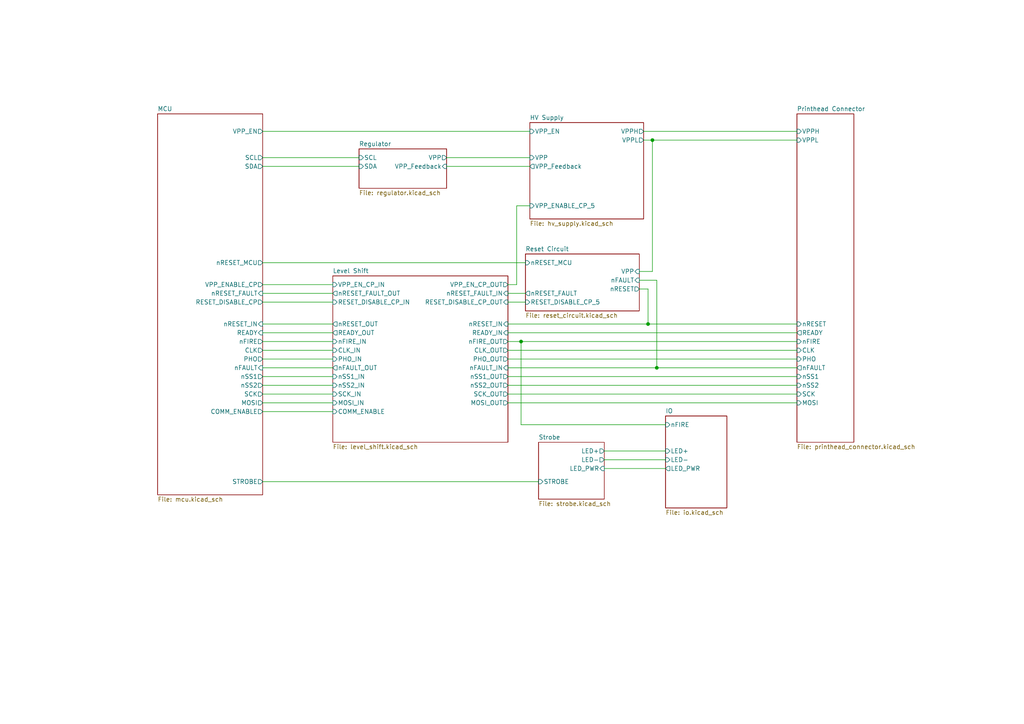
<source format=kicad_sch>
(kicad_sch (version 20230121) (generator eeschema)

  (uuid f0c82013-03f9-4093-aa02-30b89fd69529)

  (paper "A4")

  (title_block
    (title "Xaar 128 Driver")
    (date "2023-12-04")
    (rev "1.0.0")
  )

  (lib_symbols
  )

  (junction (at 187.96 93.98) (diameter 0) (color 0 0 0 0)
    (uuid 0bc75410-6f3a-46e1-9d03-3aecff67bec2)
  )
  (junction (at 151.13 99.06) (diameter 0) (color 0 0 0 0)
    (uuid 448da38a-0bc2-4b28-bc31-87ea47e893ca)
  )
  (junction (at 190.5 106.68) (diameter 0) (color 0 0 0 0)
    (uuid 5ab541fa-85de-46d4-8afd-9a997a73f5a8)
  )
  (junction (at 189.23 40.64) (diameter 0) (color 0 0 0 0)
    (uuid db5fcccf-dd53-46d1-8891-b0c5b1208183)
  )

  (wire (pts (xy 190.5 81.28) (xy 185.42 81.28))
    (stroke (width 0) (type default))
    (uuid 0caa54e7-c6cd-4a80-8490-83c88732c90c)
  )
  (wire (pts (xy 147.32 109.22) (xy 231.14 109.22))
    (stroke (width 0) (type default))
    (uuid 10eccbb3-748b-427b-a5ac-0d83d8c3799c)
  )
  (wire (pts (xy 189.23 40.64) (xy 231.14 40.64))
    (stroke (width 0) (type default))
    (uuid 141f1c7b-c222-4c08-921e-9f3a1d65f2eb)
  )
  (wire (pts (xy 151.13 99.06) (xy 151.13 123.19))
    (stroke (width 0) (type default))
    (uuid 17edb50a-f922-4934-8217-356a65b899a3)
  )
  (wire (pts (xy 147.32 93.98) (xy 187.96 93.98))
    (stroke (width 0) (type default))
    (uuid 18d93a44-bc64-4449-9bf0-e73ea6cc374d)
  )
  (wire (pts (xy 76.2 139.7) (xy 156.21 139.7))
    (stroke (width 0) (type default))
    (uuid 1e75a99f-1f73-4dda-b994-83da40bf2537)
  )
  (wire (pts (xy 185.42 78.74) (xy 189.23 78.74))
    (stroke (width 0) (type default))
    (uuid 28db169e-2e0a-4fd7-81e5-779decd78310)
  )
  (wire (pts (xy 190.5 106.68) (xy 190.5 81.28))
    (stroke (width 0) (type default))
    (uuid 292aa807-4636-4241-80e7-39626cc5f82d)
  )
  (wire (pts (xy 186.69 40.64) (xy 189.23 40.64))
    (stroke (width 0) (type default))
    (uuid 2e91241d-7fc6-4457-8b62-24ab1e504c35)
  )
  (wire (pts (xy 76.2 99.06) (xy 96.52 99.06))
    (stroke (width 0) (type default))
    (uuid 35dca5f4-c402-460a-80d4-91f24528ebfc)
  )
  (wire (pts (xy 186.69 38.1) (xy 231.14 38.1))
    (stroke (width 0) (type default))
    (uuid 3ccf90ed-df12-443f-aa82-9a040f6f6fc1)
  )
  (wire (pts (xy 76.2 101.6) (xy 96.52 101.6))
    (stroke (width 0) (type default))
    (uuid 3e1d330d-8ae4-4601-86d3-6511b361a591)
  )
  (wire (pts (xy 187.96 93.98) (xy 231.14 93.98))
    (stroke (width 0) (type default))
    (uuid 418369ed-64a4-4e5e-868a-ab1163507355)
  )
  (wire (pts (xy 149.86 82.55) (xy 147.32 82.55))
    (stroke (width 0) (type default))
    (uuid 424ce980-4066-4852-83a6-333d39c2c80d)
  )
  (wire (pts (xy 175.26 130.81) (xy 193.04 130.81))
    (stroke (width 0) (type default))
    (uuid 48a6fa9c-27e2-429b-b804-39cf0bb7a07e)
  )
  (wire (pts (xy 147.32 85.09) (xy 152.4 85.09))
    (stroke (width 0) (type default))
    (uuid 49f38c56-8a76-40e2-9abc-f29a8b34123d)
  )
  (wire (pts (xy 151.13 123.19) (xy 193.04 123.19))
    (stroke (width 0) (type default))
    (uuid 4aad7d4d-6528-4519-8c4b-b91abbfe43c2)
  )
  (wire (pts (xy 185.42 83.82) (xy 187.96 83.82))
    (stroke (width 0) (type default))
    (uuid 4bd725df-d78b-4250-aa94-ff134e063419)
  )
  (wire (pts (xy 76.2 93.98) (xy 96.52 93.98))
    (stroke (width 0) (type default))
    (uuid 4d1e3089-de53-4326-b516-cddb47f79f07)
  )
  (wire (pts (xy 76.2 96.52) (xy 96.52 96.52))
    (stroke (width 0) (type default))
    (uuid 4df21e24-ef35-4af9-986f-9eefa4aa4369)
  )
  (wire (pts (xy 76.2 119.38) (xy 96.52 119.38))
    (stroke (width 0) (type default))
    (uuid 55d8dc81-3e70-4c72-8a1e-695c6f54910b)
  )
  (wire (pts (xy 76.2 116.84) (xy 96.52 116.84))
    (stroke (width 0) (type default))
    (uuid 5e25f601-3cf3-455c-83a8-ffa8d955db62)
  )
  (wire (pts (xy 76.2 104.14) (xy 96.52 104.14))
    (stroke (width 0) (type default))
    (uuid 68e7dbbc-3471-49ce-a189-87cec6631484)
  )
  (wire (pts (xy 153.67 59.69) (xy 149.86 59.69))
    (stroke (width 0) (type default))
    (uuid 708a4b7d-29df-43a2-8312-9a14ea5211f7)
  )
  (wire (pts (xy 129.54 45.72) (xy 153.67 45.72))
    (stroke (width 0) (type default))
    (uuid 7164c833-e44d-4f8f-bebb-db717310c119)
  )
  (wire (pts (xy 147.32 87.63) (xy 152.4 87.63))
    (stroke (width 0) (type default))
    (uuid 77414d9e-0944-4906-a401-a641d88f910d)
  )
  (wire (pts (xy 147.32 96.52) (xy 231.14 96.52))
    (stroke (width 0) (type default))
    (uuid 84daf2ef-cf14-4374-bf52-d6a35c90e1c4)
  )
  (wire (pts (xy 129.54 48.26) (xy 153.67 48.26))
    (stroke (width 0) (type default))
    (uuid 8830deff-7003-4c27-87ac-c2638819be3f)
  )
  (wire (pts (xy 147.32 116.84) (xy 231.14 116.84))
    (stroke (width 0) (type default))
    (uuid 95d86079-dab9-4fbf-880c-fef21da38bd5)
  )
  (wire (pts (xy 175.26 133.35) (xy 193.04 133.35))
    (stroke (width 0) (type default))
    (uuid 9ca15717-6479-4063-bba8-faccc3b34526)
  )
  (wire (pts (xy 76.2 82.55) (xy 96.52 82.55))
    (stroke (width 0) (type default))
    (uuid 9d80d4bc-89d8-4dca-a377-370aad76bc3f)
  )
  (wire (pts (xy 147.32 99.06) (xy 151.13 99.06))
    (stroke (width 0) (type default))
    (uuid a4b68e44-6001-490c-a41a-0305c24a402f)
  )
  (wire (pts (xy 147.32 101.6) (xy 231.14 101.6))
    (stroke (width 0) (type default))
    (uuid abe92eb5-718c-483a-919e-349b4cce35e2)
  )
  (wire (pts (xy 76.2 87.63) (xy 96.52 87.63))
    (stroke (width 0) (type default))
    (uuid b073d4d9-e339-4dae-b7d4-c4287d4f26b8)
  )
  (wire (pts (xy 187.96 83.82) (xy 187.96 93.98))
    (stroke (width 0) (type default))
    (uuid b4012334-d729-49be-b104-621f6b1ae8ec)
  )
  (wire (pts (xy 175.26 135.89) (xy 193.04 135.89))
    (stroke (width 0) (type default))
    (uuid b54ed9bc-0b36-4340-b52c-45f79d2e8760)
  )
  (wire (pts (xy 76.2 85.09) (xy 96.52 85.09))
    (stroke (width 0) (type default))
    (uuid b85d5748-eec4-4a89-982d-a4b7ff1e8eab)
  )
  (wire (pts (xy 190.5 106.68) (xy 231.14 106.68))
    (stroke (width 0) (type default))
    (uuid bc16834c-615b-4cd9-bdaf-1f67b1edc820)
  )
  (wire (pts (xy 151.13 99.06) (xy 231.14 99.06))
    (stroke (width 0) (type default))
    (uuid c210023d-a0f6-4e7e-81cb-c02da1462add)
  )
  (wire (pts (xy 76.2 45.72) (xy 104.14 45.72))
    (stroke (width 0) (type default))
    (uuid ca73014e-65b2-44db-be39-3d7ce845ba56)
  )
  (wire (pts (xy 147.32 106.68) (xy 190.5 106.68))
    (stroke (width 0) (type default))
    (uuid cff8e191-948e-4aca-9164-ee4af63870b1)
  )
  (wire (pts (xy 76.2 106.68) (xy 96.52 106.68))
    (stroke (width 0) (type default))
    (uuid d332645d-10fb-4ddb-b673-3fc6ec578bcb)
  )
  (wire (pts (xy 76.2 109.22) (xy 96.52 109.22))
    (stroke (width 0) (type default))
    (uuid d43eede8-9465-4f0d-9f2b-0f186feacd15)
  )
  (wire (pts (xy 149.86 59.69) (xy 149.86 82.55))
    (stroke (width 0) (type default))
    (uuid d45fbddb-4e43-4bab-ac6a-288b127c7a66)
  )
  (wire (pts (xy 76.2 38.1) (xy 153.67 38.1))
    (stroke (width 0) (type default))
    (uuid d60c3a6a-4573-49e2-b8c3-3ddf3c6e2f0d)
  )
  (wire (pts (xy 189.23 40.64) (xy 189.23 78.74))
    (stroke (width 0) (type default))
    (uuid d917bbb7-e1a5-4741-bc8d-1265387fb945)
  )
  (wire (pts (xy 147.32 111.76) (xy 231.14 111.76))
    (stroke (width 0) (type default))
    (uuid e31b5ac9-fe50-4a9d-9ca0-ec3ec9904bd2)
  )
  (wire (pts (xy 147.32 114.3) (xy 231.14 114.3))
    (stroke (width 0) (type default))
    (uuid e3b99700-5314-4a13-bccf-fbaad015876c)
  )
  (wire (pts (xy 76.2 76.2) (xy 152.4 76.2))
    (stroke (width 0) (type default))
    (uuid e974d5df-0c1c-47c3-b6f6-ae235cf2561e)
  )
  (wire (pts (xy 76.2 48.26) (xy 104.14 48.26))
    (stroke (width 0) (type default))
    (uuid f1cb188b-2e69-4233-881d-3bd0982897c8)
  )
  (wire (pts (xy 76.2 111.76) (xy 96.52 111.76))
    (stroke (width 0) (type default))
    (uuid f89a26dc-5681-4804-a289-e7aa87a5c53b)
  )
  (wire (pts (xy 76.2 114.3) (xy 96.52 114.3))
    (stroke (width 0) (type default))
    (uuid f9484487-cc8b-4e58-9aaa-b83af2954b3e)
  )
  (wire (pts (xy 147.32 104.14) (xy 231.14 104.14))
    (stroke (width 0) (type default))
    (uuid fa872e97-7d20-46ed-9616-0e5e5bc1cec6)
  )

  (sheet (at 231.14 33.02) (size 16.51 95.25) (fields_autoplaced)
    (stroke (width 0.1524) (type solid))
    (fill (color 0 0 0 0.0000))
    (uuid 00d9c6da-e931-4ba1-a353-d1b49c742a57)
    (property "Sheetname" "Printhead Connector" (at 231.14 32.3084 0)
      (effects (font (size 1.27 1.27)) (justify left bottom))
    )
    (property "Sheetfile" "printhead_connector.kicad_sch" (at 231.14 128.8546 0)
      (effects (font (size 1.27 1.27)) (justify left top))
    )
    (pin "nRESET" input (at 231.14 93.98 180)
      (effects (font (size 1.27 1.27)) (justify left))
      (uuid c56d6cb8-9a59-4527-ae97-48b925acd520)
    )
    (pin "nSS2" input (at 231.14 111.76 180)
      (effects (font (size 1.27 1.27)) (justify left))
      (uuid d7571b8f-ebc6-487b-b4d3-13894ccd4ef7)
    )
    (pin "VPPL" input (at 231.14 40.64 180)
      (effects (font (size 1.27 1.27)) (justify left))
      (uuid 754e8d8f-412c-4c3a-b928-1c435df600a4)
    )
    (pin "VPPH" input (at 231.14 38.1 180)
      (effects (font (size 1.27 1.27)) (justify left))
      (uuid fbee552b-355a-42dc-ba14-2cf94dd1756a)
    )
    (pin "MOSI" input (at 231.14 116.84 180)
      (effects (font (size 1.27 1.27)) (justify left))
      (uuid 0200b7d9-4a60-4ad7-b6d9-e71052b8efb0)
    )
    (pin "nFIRE" input (at 231.14 99.06 180)
      (effects (font (size 1.27 1.27)) (justify left))
      (uuid 5993a32f-47fe-4a48-8f18-c60f350306dc)
    )
    (pin "SCK" input (at 231.14 114.3 180)
      (effects (font (size 1.27 1.27)) (justify left))
      (uuid a4ab767f-2347-4c0b-8eb8-a917fe0626f6)
    )
    (pin "nSS1" input (at 231.14 109.22 180)
      (effects (font (size 1.27 1.27)) (justify left))
      (uuid 08b1c2dc-d00f-474e-897c-7aa221334858)
    )
    (pin "PHO" input (at 231.14 104.14 180)
      (effects (font (size 1.27 1.27)) (justify left))
      (uuid 055ec0d0-30c7-40ef-a0e9-ff9976ba5d46)
    )
    (pin "CLK" input (at 231.14 101.6 180)
      (effects (font (size 1.27 1.27)) (justify left))
      (uuid eb4249fd-badc-4d73-b5bb-fbd26f3480b6)
    )
    (pin "nFAULT" output (at 231.14 106.68 180)
      (effects (font (size 1.27 1.27)) (justify left))
      (uuid e47b97af-3cca-47b5-8dd1-a8a64938a701)
    )
    (pin "READY" output (at 231.14 96.52 180)
      (effects (font (size 1.27 1.27)) (justify left))
      (uuid 824505ec-4583-4e27-babf-4d6f4c18ed16)
    )
    (instances
      (project "Xaar128-Driver"
        (path "/f0c82013-03f9-4093-aa02-30b89fd69529" (page "6"))
      )
    )
  )

  (sheet (at 45.72 33.02) (size 30.48 110.49) (fields_autoplaced)
    (stroke (width 0.1524) (type solid))
    (fill (color 0 0 0 0.0000))
    (uuid 1523239e-e45e-424d-91c2-0483c3ac8971)
    (property "Sheetname" "MCU" (at 45.72 32.3084 0)
      (effects (font (size 1.27 1.27)) (justify left bottom))
    )
    (property "Sheetfile" "mcu.kicad_sch" (at 45.72 144.0946 0)
      (effects (font (size 1.27 1.27)) (justify left top))
    )
    (pin "nFAULT" input (at 76.2 106.68 0)
      (effects (font (size 1.27 1.27)) (justify right))
      (uuid 5a8adfdf-df08-4bde-844c-88b90d196bb4)
    )
    (pin "READY" input (at 76.2 96.52 0)
      (effects (font (size 1.27 1.27)) (justify right))
      (uuid 9135d472-25e6-4e68-a412-7d55099a9441)
    )
    (pin "VPP_EN" output (at 76.2 38.1 0)
      (effects (font (size 1.27 1.27)) (justify right))
      (uuid d3eebbce-1bbf-47ce-ba2d-7b78ee6e952f)
    )
    (pin "COMM_ENABLE" output (at 76.2 119.38 0)
      (effects (font (size 1.27 1.27)) (justify right))
      (uuid 5c5c57e8-6212-4867-a6fc-8b2cc743ae31)
    )
    (pin "SCL" output (at 76.2 45.72 0)
      (effects (font (size 1.27 1.27)) (justify right))
      (uuid 0b74cc4f-928b-413a-b9c9-2344887f5da1)
    )
    (pin "SDA" output (at 76.2 48.26 0)
      (effects (font (size 1.27 1.27)) (justify right))
      (uuid 111ff560-7a36-466c-ad0c-25de455f0bf9)
    )
    (pin "STROBE" output (at 76.2 139.7 0)
      (effects (font (size 1.27 1.27)) (justify right))
      (uuid a4fa58fd-f1e2-4549-a942-42a3b83e0737)
    )
    (pin "nRESET_IN" input (at 76.2 93.98 0)
      (effects (font (size 1.27 1.27)) (justify right))
      (uuid 31dffc9b-7a4e-468a-98c6-f8be1de85b2f)
    )
    (pin "RESET_DISABLE_CP" output (at 76.2 87.63 0)
      (effects (font (size 1.27 1.27)) (justify right))
      (uuid 493b1f2a-d766-4780-b6e8-fae362788216)
    )
    (pin "nRESET_MCU" output (at 76.2 76.2 0)
      (effects (font (size 1.27 1.27)) (justify right))
      (uuid 9f67dd01-eff2-463a-bac3-1ece8fdd3353)
    )
    (pin "PHO" output (at 76.2 104.14 0)
      (effects (font (size 1.27 1.27)) (justify right))
      (uuid e20c87ae-0269-447b-ae9c-6d53a30cc786)
    )
    (pin "nSS1" output (at 76.2 109.22 0)
      (effects (font (size 1.27 1.27)) (justify right))
      (uuid b8998fb9-8fc6-424d-beff-e95e6a6cc817)
    )
    (pin "nSS2" output (at 76.2 111.76 0)
      (effects (font (size 1.27 1.27)) (justify right))
      (uuid 9ec826ba-7710-445f-b2ec-536652f9aa79)
    )
    (pin "SCK" output (at 76.2 114.3 0)
      (effects (font (size 1.27 1.27)) (justify right))
      (uuid 82a32506-322a-4967-bf08-608206ed0a12)
    )
    (pin "MOSI" output (at 76.2 116.84 0)
      (effects (font (size 1.27 1.27)) (justify right))
      (uuid d8518eb3-4c9d-4989-a302-3bb4d7108dd4)
    )
    (pin "nFIRE" output (at 76.2 99.06 0)
      (effects (font (size 1.27 1.27)) (justify right))
      (uuid 2d165db8-b732-4764-adce-7a39d91d95a6)
    )
    (pin "CLK" output (at 76.2 101.6 0)
      (effects (font (size 1.27 1.27)) (justify right))
      (uuid d4b56ca6-eb13-461d-8725-bbc17da34452)
    )
    (pin "nRESET_FAULT" input (at 76.2 85.09 0)
      (effects (font (size 1.27 1.27)) (justify right))
      (uuid ff955b7d-018e-4d34-a3ef-47241ec4c4a5)
    )
    (pin "VPP_ENABLE_CP" output (at 76.2 82.55 0)
      (effects (font (size 1.27 1.27)) (justify right))
      (uuid 55324c60-daec-4f05-9e72-9393a7c5b77f)
    )
    (instances
      (project "Xaar128-Driver"
        (path "/f0c82013-03f9-4093-aa02-30b89fd69529" (page "4"))
      )
    )
  )

  (sheet (at 153.67 35.56) (size 33.02 27.94) (fields_autoplaced)
    (stroke (width 0.1524) (type solid))
    (fill (color 0 0 0 0.0000))
    (uuid 1b3c0a7f-2f11-4b02-93de-b1cd5fa046f0)
    (property "Sheetname" "HV Supply" (at 153.67 34.8484 0)
      (effects (font (size 1.27 1.27)) (justify left bottom))
    )
    (property "Sheetfile" "hv_supply.kicad_sch" (at 153.67 64.0846 0)
      (effects (font (size 1.27 1.27)) (justify left top))
    )
    (pin "VPPL" output (at 186.69 40.64 0)
      (effects (font (size 1.27 1.27)) (justify right))
      (uuid 88628932-2b62-4754-9f35-d6bf9b142bbd)
    )
    (pin "VPP_EN" input (at 153.67 38.1 180)
      (effects (font (size 1.27 1.27)) (justify left))
      (uuid b0d96b30-3c4c-4ad0-b36e-18ee897567de)
    )
    (pin "VPPH" output (at 186.69 38.1 0)
      (effects (font (size 1.27 1.27)) (justify right))
      (uuid 28baa937-9ae6-435b-9378-223414ad795e)
    )
    (pin "VPP" input (at 153.67 45.72 180)
      (effects (font (size 1.27 1.27)) (justify left))
      (uuid 7fc0deaa-2752-4365-a9e1-b8d599f36c36)
    )
    (pin "VPP_Feedback" output (at 153.67 48.26 180)
      (effects (font (size 1.27 1.27)) (justify left))
      (uuid 33bd97ca-79b1-40af-b931-c9feb9849c8d)
    )
    (pin "VPP_ENABLE_CP_5" input (at 153.67 59.69 180)
      (effects (font (size 1.27 1.27)) (justify left))
      (uuid 57a1ea22-4deb-4fa0-85c3-c9df2f21c54a)
    )
    (instances
      (project "Xaar128-Driver"
        (path "/f0c82013-03f9-4093-aa02-30b89fd69529" (page "3"))
      )
    )
  )

  (sheet (at 104.14 43.18) (size 25.4 11.43) (fields_autoplaced)
    (stroke (width 0.1524) (type solid))
    (fill (color 0 0 0 0.0000))
    (uuid 48b639c9-d588-4ad3-b95b-9aa4a2d6905e)
    (property "Sheetname" "Regulator" (at 104.14 42.4684 0)
      (effects (font (size 1.27 1.27)) (justify left bottom))
    )
    (property "Sheetfile" "regulator.kicad_sch" (at 104.14 55.1946 0)
      (effects (font (size 1.27 1.27)) (justify left top))
    )
    (pin "VPP" output (at 129.54 45.72 0)
      (effects (font (size 1.27 1.27)) (justify right))
      (uuid 05f647a2-b3ae-4ef2-9f8d-7f7af9605bbf)
    )
    (pin "SCL" input (at 104.14 45.72 180)
      (effects (font (size 1.27 1.27)) (justify left))
      (uuid 6a2d7484-7598-4917-8b1c-7f964186ef04)
    )
    (pin "SDA" input (at 104.14 48.26 180)
      (effects (font (size 1.27 1.27)) (justify left))
      (uuid 5c87e7f8-5887-45ae-a5ce-c36c25b1b6d6)
    )
    (pin "VPP_Feedback" input (at 129.54 48.26 0)
      (effects (font (size 1.27 1.27)) (justify right))
      (uuid 3fa1c32e-8d57-4735-82eb-50de1abb23fd)
    )
    (instances
      (project "Xaar128-Driver"
        (path "/f0c82013-03f9-4093-aa02-30b89fd69529" (page "9"))
      )
    )
  )

  (sheet (at 96.52 80.01) (size 50.8 48.26) (fields_autoplaced)
    (stroke (width 0.1524) (type solid))
    (fill (color 0 0 0 0.0000))
    (uuid 67a2adb9-d99f-4537-bdb8-0ebe51fac631)
    (property "Sheetname" "Level Shift" (at 96.52 79.2984 0)
      (effects (font (size 1.27 1.27)) (justify left bottom))
    )
    (property "Sheetfile" "level_shift.kicad_sch" (at 96.52 128.8546 0)
      (effects (font (size 1.27 1.27)) (justify left top))
    )
    (pin "nFIRE_IN" input (at 96.52 99.06 180)
      (effects (font (size 1.27 1.27)) (justify left))
      (uuid dbdc5a0b-d803-47a1-9f81-c0165c8f81a7)
    )
    (pin "CLK_IN" input (at 96.52 101.6 180)
      (effects (font (size 1.27 1.27)) (justify left))
      (uuid f1a79055-364a-4390-85d7-b6211f95598b)
    )
    (pin "PHO_IN" input (at 96.52 104.14 180)
      (effects (font (size 1.27 1.27)) (justify left))
      (uuid de341530-6930-49a1-beaf-42ff75625901)
    )
    (pin "nSS2_IN" input (at 96.52 111.76 180)
      (effects (font (size 1.27 1.27)) (justify left))
      (uuid 2909ebd9-b524-4901-a8b7-24a65c30a618)
    )
    (pin "MOSI_IN" input (at 96.52 116.84 180)
      (effects (font (size 1.27 1.27)) (justify left))
      (uuid 0ac78b3d-a985-4331-be91-e305974c31f2)
    )
    (pin "nSS1_IN" input (at 96.52 109.22 180)
      (effects (font (size 1.27 1.27)) (justify left))
      (uuid 8f2b35de-e645-4d8e-a1a5-f4fc9ad6a14d)
    )
    (pin "SCK_IN" input (at 96.52 114.3 180)
      (effects (font (size 1.27 1.27)) (justify left))
      (uuid de46d241-a490-4805-9e42-67893bda8d90)
    )
    (pin "RESET_DISABLE_CP_IN" input (at 96.52 87.63 180)
      (effects (font (size 1.27 1.27)) (justify left))
      (uuid 0313bd99-6ab4-461d-8b8f-bba70040c8e1)
    )
    (pin "RESET_DISABLE_CP_OUT" input (at 147.32 87.63 0)
      (effects (font (size 1.27 1.27)) (justify right))
      (uuid a01bad14-fb2e-4df9-b23d-7f1f8dfcab0b)
    )
    (pin "nFAULT_IN" input (at 147.32 106.68 0)
      (effects (font (size 1.27 1.27)) (justify right))
      (uuid 249bdd82-57b6-4eae-b131-02e931a5adcb)
    )
    (pin "READY_IN" input (at 147.32 96.52 0)
      (effects (font (size 1.27 1.27)) (justify right))
      (uuid 1436ab6d-0d6f-4025-b28f-4bad577e347f)
    )
    (pin "nRESET_IN" input (at 147.32 93.98 0)
      (effects (font (size 1.27 1.27)) (justify right))
      (uuid d1f5b581-5949-4f80-b6c0-e55d256a5022)
    )
    (pin "nFIRE_OUT" output (at 147.32 99.06 0)
      (effects (font (size 1.27 1.27)) (justify right))
      (uuid d7445978-906c-4e0d-861c-e378ea798c84)
    )
    (pin "nSS1_OUT" output (at 147.32 109.22 0)
      (effects (font (size 1.27 1.27)) (justify right))
      (uuid 759af5f9-f736-4fd0-a7a6-51f230f059c5)
    )
    (pin "PHO_OUT" output (at 147.32 104.14 0)
      (effects (font (size 1.27 1.27)) (justify right))
      (uuid 63826524-1bcc-4153-b270-567ef78c814a)
    )
    (pin "CLK_OUT" output (at 147.32 101.6 0)
      (effects (font (size 1.27 1.27)) (justify right))
      (uuid 9c82cf77-2d66-48e3-9298-025132ea80a7)
    )
    (pin "nFAULT_OUT" output (at 96.52 106.68 180)
      (effects (font (size 1.27 1.27)) (justify left))
      (uuid aef5ae52-46aa-47b8-b98b-d513d23c9c28)
    )
    (pin "SCK_OUT" output (at 147.32 114.3 0)
      (effects (font (size 1.27 1.27)) (justify right))
      (uuid de05c69e-6d7f-413c-8d3f-0684b1aa648a)
    )
    (pin "MOSI_OUT" output (at 147.32 116.84 0)
      (effects (font (size 1.27 1.27)) (justify right))
      (uuid e114fd57-cff3-4b26-873a-3e538532219a)
    )
    (pin "nSS2_OUT" output (at 147.32 111.76 0)
      (effects (font (size 1.27 1.27)) (justify right))
      (uuid b159f4ab-4083-4f5f-96ce-1a37c0c06e4e)
    )
    (pin "nRESET_OUT" output (at 96.52 93.98 180)
      (effects (font (size 1.27 1.27)) (justify left))
      (uuid 947a40e6-9d33-45db-9018-6d4d4f6b4725)
    )
    (pin "READY_OUT" output (at 96.52 96.52 180)
      (effects (font (size 1.27 1.27)) (justify left))
      (uuid 4696f196-75a4-42f8-98a5-70b1f61e5618)
    )
    (pin "COMM_ENABLE" input (at 96.52 119.38 180)
      (effects (font (size 1.27 1.27)) (justify left))
      (uuid 63f8c314-4593-46b6-aa18-4d93091b0680)
    )
    (pin "nRESET_FAULT_IN" input (at 147.32 85.09 0)
      (effects (font (size 1.27 1.27)) (justify right))
      (uuid 1c2042b8-37f3-43ad-904c-5c595c5eeff7)
    )
    (pin "nRESET_FAULT_OUT" output (at 96.52 85.09 180)
      (effects (font (size 1.27 1.27)) (justify left))
      (uuid f03bac95-b105-436c-9ebf-01fd5e7064bd)
    )
    (pin "VPP_EN_CP_IN" input (at 96.52 82.55 180)
      (effects (font (size 1.27 1.27)) (justify left))
      (uuid 37e9a191-8a21-454e-bbe6-bb1f4ac95c4e)
    )
    (pin "VPP_EN_CP_OUT" output (at 147.32 82.55 0)
      (effects (font (size 1.27 1.27)) (justify right))
      (uuid 9c4e5dd2-7a71-4459-9cfe-2e4dbda4ed74)
    )
    (instances
      (project "Xaar128-Driver"
        (path "/f0c82013-03f9-4093-aa02-30b89fd69529" (page "5"))
      )
    )
  )

  (sheet (at 152.4 73.66) (size 33.02 16.51) (fields_autoplaced)
    (stroke (width 0.1524) (type solid))
    (fill (color 0 0 0 0.0000))
    (uuid 7aab5eaf-cd9d-4ebb-9d08-de265e07412e)
    (property "Sheetname" "Reset Circuit" (at 152.4 72.9484 0)
      (effects (font (size 1.27 1.27)) (justify left bottom))
    )
    (property "Sheetfile" "reset_circuit.kicad_sch" (at 152.4 90.7546 0)
      (effects (font (size 1.27 1.27)) (justify left top))
    )
    (pin "RESET_DISABLE_CP_5" input (at 152.4 87.63 180)
      (effects (font (size 1.27 1.27)) (justify left))
      (uuid 4d3980cf-b749-452f-8a10-e7e7a0fd8057)
    )
    (pin "nRESET_MCU" input (at 152.4 76.2 180)
      (effects (font (size 1.27 1.27)) (justify left))
      (uuid 3ac69b3b-125f-4707-8a41-f4a47c37ba7c)
    )
    (pin "VPP" input (at 185.42 78.74 0)
      (effects (font (size 1.27 1.27)) (justify right))
      (uuid dd5effb7-aba8-472d-b5ca-6e84b88f78b0)
    )
    (pin "nRESET" output (at 185.42 83.82 0)
      (effects (font (size 1.27 1.27)) (justify right))
      (uuid f5522dff-951b-4db4-85dd-fed1c9f72dae)
    )
    (pin "nFAULT" input (at 185.42 81.28 0)
      (effects (font (size 1.27 1.27)) (justify right))
      (uuid 400ecda5-adef-420a-b3a9-a74d6c09aa54)
    )
    (pin "nRESET_FAULT" output (at 152.4 85.09 180)
      (effects (font (size 1.27 1.27)) (justify left))
      (uuid f55c50a0-ea37-41fa-921a-654b63a61f29)
    )
    (instances
      (project "Xaar128-Driver"
        (path "/f0c82013-03f9-4093-aa02-30b89fd69529" (page "2"))
      )
    )
  )

  (sheet (at 193.04 120.65) (size 17.78 26.67) (fields_autoplaced)
    (stroke (width 0.1524) (type solid))
    (fill (color 0 0 0 0.0000))
    (uuid 8d2d865b-5c5b-48bf-9eef-a5e158c4d497)
    (property "Sheetname" "IO" (at 193.04 119.9384 0)
      (effects (font (size 1.27 1.27)) (justify left bottom))
    )
    (property "Sheetfile" "io.kicad_sch" (at 193.04 147.9046 0)
      (effects (font (size 1.27 1.27)) (justify left top))
    )
    (pin "LED-" input (at 193.04 133.35 180)
      (effects (font (size 1.27 1.27)) (justify left))
      (uuid 9c02693a-222f-462a-9e87-e9978b634ca9)
    )
    (pin "LED+" input (at 193.04 130.81 180)
      (effects (font (size 1.27 1.27)) (justify left))
      (uuid a06ea6f7-f792-44ef-b5cd-7b8e52bb9b09)
    )
    (pin "LED_PWR" output (at 193.04 135.89 180)
      (effects (font (size 1.27 1.27)) (justify left))
      (uuid 44270520-1dec-446e-9865-3f2dd5eb93dc)
    )
    (pin "nFIRE" input (at 193.04 123.19 180)
      (effects (font (size 1.27 1.27)) (justify left))
      (uuid aed71042-503b-46eb-bd80-28d979bfde91)
    )
    (instances
      (project "Xaar128-Driver"
        (path "/f0c82013-03f9-4093-aa02-30b89fd69529" (page "8"))
      )
    )
  )

  (sheet (at 156.21 128.27) (size 19.05 16.51) (fields_autoplaced)
    (stroke (width 0.1524) (type solid))
    (fill (color 0 0 0 0.0000))
    (uuid d69e07d5-2f9c-4e83-9c1b-3f660b6a4d08)
    (property "Sheetname" "Strobe" (at 156.21 127.5584 0)
      (effects (font (size 1.27 1.27)) (justify left bottom))
    )
    (property "Sheetfile" "strobe.kicad_sch" (at 156.21 145.3646 0)
      (effects (font (size 1.27 1.27)) (justify left top))
    )
    (pin "LED+" output (at 175.26 130.81 0)
      (effects (font (size 1.27 1.27)) (justify right))
      (uuid 65aaff96-5639-401e-8dd1-ab123f173373)
    )
    (pin "LED-" output (at 175.26 133.35 0)
      (effects (font (size 1.27 1.27)) (justify right))
      (uuid cb09c543-8df6-490c-9ec6-e31c2b9bd41c)
    )
    (pin "STROBE" input (at 156.21 139.7 180)
      (effects (font (size 1.27 1.27)) (justify left))
      (uuid 7b0cc9c4-b110-4170-9405-0ce4bd56b4fb)
    )
    (pin "LED_PWR" input (at 175.26 135.89 0)
      (effects (font (size 1.27 1.27)) (justify right))
      (uuid 6f149254-f4e5-408c-8330-5c993b53e2a7)
    )
    (instances
      (project "Xaar128-Driver"
        (path "/f0c82013-03f9-4093-aa02-30b89fd69529" (page "10"))
      )
    )
  )

  (sheet_instances
    (path "/" (page "1"))
  )
)

</source>
